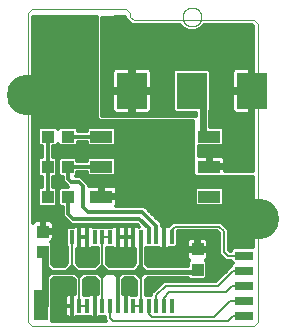
<source format=gtl>
G75*
%MOIN*%
%OFA0B0*%
%FSLAX25Y25*%
%IPPOS*%
%LPD*%
%AMOC8*
5,1,8,0,0,1.08239X$1,22.5*
%
%ADD10C,0.00000*%
%ADD11R,0.05000X0.10000*%
%ADD12R,0.01575X0.04724*%
%ADD13R,0.03937X0.04331*%
%ADD14R,0.04331X0.03937*%
%ADD15R,0.06299X0.03150*%
%ADD16R,0.10000X0.12000*%
%ADD17R,0.07500X0.04000*%
%ADD18C,0.01200*%
%ADD19C,0.13449*%
%ADD20C,0.02775*%
%ADD21C,0.02400*%
%ADD22C,0.01600*%
%ADD23C,0.00800*%
%ADD24C,0.00600*%
D10*
X0008237Y0004725D02*
X0009487Y0003475D01*
X0083549Y0003475D01*
X0084799Y0004725D01*
X0084799Y0104100D01*
X0083549Y0105350D01*
X0043549Y0105350D01*
X0042299Y0106600D01*
X0042299Y0107850D01*
X0041049Y0109100D01*
X0009487Y0109100D01*
X0008237Y0107850D01*
X0008237Y0004725D01*
X0059774Y0106472D02*
X0059776Y0106584D01*
X0059782Y0106695D01*
X0059792Y0106807D01*
X0059806Y0106918D01*
X0059823Y0107028D01*
X0059845Y0107138D01*
X0059871Y0107247D01*
X0059900Y0107355D01*
X0059933Y0107461D01*
X0059970Y0107567D01*
X0060011Y0107671D01*
X0060056Y0107774D01*
X0060104Y0107875D01*
X0060155Y0107974D01*
X0060210Y0108071D01*
X0060269Y0108166D01*
X0060330Y0108260D01*
X0060395Y0108351D01*
X0060464Y0108439D01*
X0060535Y0108525D01*
X0060609Y0108609D01*
X0060687Y0108689D01*
X0060767Y0108767D01*
X0060850Y0108843D01*
X0060935Y0108915D01*
X0061023Y0108984D01*
X0061113Y0109050D01*
X0061206Y0109112D01*
X0061301Y0109172D01*
X0061398Y0109228D01*
X0061496Y0109280D01*
X0061597Y0109329D01*
X0061699Y0109374D01*
X0061803Y0109416D01*
X0061908Y0109454D01*
X0062015Y0109488D01*
X0062122Y0109518D01*
X0062231Y0109545D01*
X0062340Y0109567D01*
X0062451Y0109586D01*
X0062561Y0109601D01*
X0062673Y0109612D01*
X0062784Y0109619D01*
X0062896Y0109622D01*
X0063008Y0109621D01*
X0063120Y0109616D01*
X0063231Y0109607D01*
X0063342Y0109594D01*
X0063453Y0109577D01*
X0063563Y0109557D01*
X0063672Y0109532D01*
X0063780Y0109504D01*
X0063887Y0109471D01*
X0063993Y0109435D01*
X0064097Y0109395D01*
X0064200Y0109352D01*
X0064302Y0109305D01*
X0064401Y0109254D01*
X0064499Y0109200D01*
X0064595Y0109142D01*
X0064689Y0109081D01*
X0064780Y0109017D01*
X0064869Y0108950D01*
X0064956Y0108879D01*
X0065040Y0108805D01*
X0065122Y0108729D01*
X0065200Y0108649D01*
X0065276Y0108567D01*
X0065349Y0108482D01*
X0065419Y0108395D01*
X0065485Y0108305D01*
X0065549Y0108213D01*
X0065609Y0108119D01*
X0065666Y0108023D01*
X0065719Y0107924D01*
X0065769Y0107824D01*
X0065815Y0107723D01*
X0065858Y0107619D01*
X0065897Y0107514D01*
X0065932Y0107408D01*
X0065963Y0107301D01*
X0065991Y0107192D01*
X0066014Y0107083D01*
X0066034Y0106973D01*
X0066050Y0106862D01*
X0066062Y0106751D01*
X0066070Y0106640D01*
X0066074Y0106528D01*
X0066074Y0106416D01*
X0066070Y0106304D01*
X0066062Y0106193D01*
X0066050Y0106082D01*
X0066034Y0105971D01*
X0066014Y0105861D01*
X0065991Y0105752D01*
X0065963Y0105643D01*
X0065932Y0105536D01*
X0065897Y0105430D01*
X0065858Y0105325D01*
X0065815Y0105221D01*
X0065769Y0105120D01*
X0065719Y0105020D01*
X0065666Y0104921D01*
X0065609Y0104825D01*
X0065549Y0104731D01*
X0065485Y0104639D01*
X0065419Y0104549D01*
X0065349Y0104462D01*
X0065276Y0104377D01*
X0065200Y0104295D01*
X0065122Y0104215D01*
X0065040Y0104139D01*
X0064956Y0104065D01*
X0064869Y0103994D01*
X0064780Y0103927D01*
X0064689Y0103863D01*
X0064595Y0103802D01*
X0064499Y0103744D01*
X0064401Y0103690D01*
X0064302Y0103639D01*
X0064200Y0103592D01*
X0064097Y0103549D01*
X0063993Y0103509D01*
X0063887Y0103473D01*
X0063780Y0103440D01*
X0063672Y0103412D01*
X0063563Y0103387D01*
X0063453Y0103367D01*
X0063342Y0103350D01*
X0063231Y0103337D01*
X0063120Y0103328D01*
X0063008Y0103323D01*
X0062896Y0103322D01*
X0062784Y0103325D01*
X0062673Y0103332D01*
X0062561Y0103343D01*
X0062451Y0103358D01*
X0062340Y0103377D01*
X0062231Y0103399D01*
X0062122Y0103426D01*
X0062015Y0103456D01*
X0061908Y0103490D01*
X0061803Y0103528D01*
X0061699Y0103570D01*
X0061597Y0103615D01*
X0061496Y0103664D01*
X0061398Y0103716D01*
X0061301Y0103772D01*
X0061206Y0103832D01*
X0061113Y0103894D01*
X0061023Y0103960D01*
X0060935Y0104029D01*
X0060850Y0104101D01*
X0060767Y0104177D01*
X0060687Y0104255D01*
X0060609Y0104335D01*
X0060535Y0104419D01*
X0060464Y0104505D01*
X0060395Y0104593D01*
X0060330Y0104684D01*
X0060269Y0104778D01*
X0060210Y0104873D01*
X0060155Y0104970D01*
X0060104Y0105069D01*
X0060056Y0105170D01*
X0060011Y0105273D01*
X0059970Y0105377D01*
X0059933Y0105483D01*
X0059900Y0105589D01*
X0059871Y0105697D01*
X0059845Y0105806D01*
X0059823Y0105916D01*
X0059806Y0106026D01*
X0059792Y0106137D01*
X0059782Y0106249D01*
X0059776Y0106360D01*
X0059774Y0106472D01*
D11*
X0012612Y0010350D03*
D12*
X0022853Y0010183D03*
X0025412Y0010183D03*
X0027971Y0010183D03*
X0030530Y0010183D03*
X0033089Y0010183D03*
X0035648Y0010183D03*
X0038207Y0010183D03*
X0040766Y0010183D03*
X0043325Y0010183D03*
X0045885Y0010183D03*
X0048444Y0010183D03*
X0051003Y0010183D03*
X0053562Y0010183D03*
X0056121Y0010183D03*
X0056121Y0033017D03*
X0053562Y0033017D03*
X0051003Y0033017D03*
X0048444Y0033017D03*
X0045885Y0033017D03*
X0043325Y0033017D03*
X0040766Y0033017D03*
X0038207Y0033017D03*
X0035648Y0033017D03*
X0033089Y0033017D03*
X0030530Y0033017D03*
X0027971Y0033017D03*
X0025412Y0033017D03*
X0022853Y0033017D03*
D13*
X0013237Y0034946D03*
X0013237Y0028254D03*
X0014890Y0046600D03*
X0021583Y0046600D03*
X0021583Y0056600D03*
X0014890Y0056600D03*
X0064799Y0029009D03*
X0064799Y0022316D03*
D14*
X0021583Y0066600D03*
X0014890Y0066600D03*
D15*
X0080424Y0026912D03*
X0080424Y0021912D03*
X0080424Y0016913D03*
X0080424Y0011912D03*
X0080424Y0006912D03*
D16*
X0082924Y0081850D03*
X0062924Y0081850D03*
X0042924Y0081850D03*
D17*
X0032737Y0066600D03*
X0032737Y0056600D03*
X0032737Y0046600D03*
X0068737Y0046600D03*
X0068737Y0056600D03*
X0068737Y0066600D03*
D18*
X0069074Y0069800D02*
X0069074Y0075303D01*
X0069124Y0075353D01*
X0069124Y0088347D01*
X0068421Y0089050D01*
X0057427Y0089050D01*
X0056724Y0088347D01*
X0056724Y0075353D01*
X0057427Y0074650D01*
X0064274Y0074650D01*
X0064274Y0073475D01*
X0032924Y0073475D01*
X0032924Y0106287D01*
X0040699Y0106334D01*
X0040699Y0105937D01*
X0042887Y0103750D01*
X0058929Y0103750D01*
X0060234Y0102446D01*
X0061980Y0101722D01*
X0063869Y0101722D01*
X0065615Y0102446D01*
X0066919Y0103750D01*
X0082887Y0103750D01*
X0083199Y0103437D01*
X0083199Y0082450D01*
X0082324Y0082450D01*
X0082324Y0081250D01*
X0076324Y0081250D01*
X0076324Y0075639D01*
X0076433Y0075232D01*
X0076644Y0074868D01*
X0076942Y0074570D01*
X0077307Y0074359D01*
X0077714Y0074250D01*
X0082324Y0074250D01*
X0082324Y0081250D01*
X0083199Y0081250D01*
X0083199Y0055037D01*
X0074087Y0055037D01*
X0074087Y0056200D01*
X0069137Y0056200D01*
X0069137Y0057000D01*
X0074087Y0057000D01*
X0074087Y0058811D01*
X0073978Y0059218D01*
X0073767Y0059582D01*
X0073469Y0059880D01*
X0073104Y0060091D01*
X0072698Y0060200D01*
X0069137Y0060200D01*
X0069137Y0057000D01*
X0068337Y0057000D01*
X0068337Y0060200D01*
X0065112Y0060200D01*
X0065112Y0063400D01*
X0072984Y0063400D01*
X0073687Y0064103D01*
X0073687Y0069097D01*
X0072984Y0069800D01*
X0069074Y0069800D01*
X0069074Y0070739D02*
X0083199Y0070739D01*
X0083199Y0071937D02*
X0069074Y0071937D01*
X0069074Y0073136D02*
X0083199Y0073136D01*
X0083199Y0074334D02*
X0082324Y0074334D01*
X0082324Y0075533D02*
X0083199Y0075533D01*
X0083199Y0076732D02*
X0082324Y0076732D01*
X0082324Y0077930D02*
X0083199Y0077930D01*
X0083199Y0079129D02*
X0082324Y0079129D01*
X0082324Y0080327D02*
X0083199Y0080327D01*
X0082324Y0081526D02*
X0069124Y0081526D01*
X0069124Y0082724D02*
X0076324Y0082724D01*
X0076324Y0082450D02*
X0082324Y0082450D01*
X0082324Y0089450D01*
X0077714Y0089450D01*
X0077307Y0089341D01*
X0076942Y0089130D01*
X0076644Y0088832D01*
X0076433Y0088468D01*
X0076324Y0088061D01*
X0076324Y0082450D01*
X0076324Y0083923D02*
X0069124Y0083923D01*
X0069124Y0085121D02*
X0076324Y0085121D01*
X0076324Y0086320D02*
X0069124Y0086320D01*
X0069124Y0087518D02*
X0076324Y0087518D01*
X0076577Y0088717D02*
X0068755Y0088717D01*
X0069124Y0080327D02*
X0076324Y0080327D01*
X0076324Y0079129D02*
X0069124Y0079129D01*
X0069124Y0077930D02*
X0076324Y0077930D01*
X0076324Y0076732D02*
X0069124Y0076732D01*
X0069124Y0075533D02*
X0076353Y0075533D01*
X0077398Y0074334D02*
X0069074Y0074334D01*
X0073243Y0069540D02*
X0083199Y0069540D01*
X0083199Y0068342D02*
X0073687Y0068342D01*
X0073687Y0067143D02*
X0083199Y0067143D01*
X0083199Y0065945D02*
X0073687Y0065945D01*
X0073687Y0064746D02*
X0083199Y0064746D01*
X0083199Y0063548D02*
X0073132Y0063548D01*
X0073345Y0059952D02*
X0083199Y0059952D01*
X0083199Y0058754D02*
X0074087Y0058754D01*
X0074087Y0057555D02*
X0083199Y0057555D01*
X0083199Y0056357D02*
X0069137Y0056357D01*
X0069137Y0057555D02*
X0068337Y0057555D01*
X0068337Y0058754D02*
X0069137Y0058754D01*
X0069137Y0059952D02*
X0068337Y0059952D01*
X0065112Y0061151D02*
X0083199Y0061151D01*
X0083199Y0062349D02*
X0065112Y0062349D01*
X0063312Y0062349D02*
X0016690Y0062349D01*
X0016690Y0063431D02*
X0017553Y0063431D01*
X0018237Y0064116D01*
X0018921Y0063431D01*
X0024246Y0063431D01*
X0024949Y0064134D01*
X0024949Y0064800D01*
X0027787Y0064800D01*
X0027787Y0064103D01*
X0028490Y0063400D01*
X0036984Y0063400D01*
X0037687Y0064103D01*
X0037687Y0069097D01*
X0036984Y0069800D01*
X0028490Y0069800D01*
X0027787Y0069097D01*
X0027787Y0068400D01*
X0024949Y0068400D01*
X0024949Y0069066D01*
X0024246Y0069768D01*
X0018921Y0069768D01*
X0018237Y0069084D01*
X0017553Y0069768D01*
X0012228Y0069768D01*
X0011525Y0069066D01*
X0011525Y0064134D01*
X0012228Y0063431D01*
X0013090Y0063431D01*
X0013090Y0059965D01*
X0012425Y0059965D01*
X0011722Y0059262D01*
X0011722Y0053938D01*
X0012425Y0053235D01*
X0013090Y0053235D01*
X0013090Y0049965D01*
X0012425Y0049965D01*
X0011722Y0049262D01*
X0011722Y0043938D01*
X0012425Y0043235D01*
X0017356Y0043235D01*
X0018059Y0043938D01*
X0018059Y0049262D01*
X0017356Y0049965D01*
X0016690Y0049965D01*
X0016690Y0053235D01*
X0017356Y0053235D01*
X0018059Y0053938D01*
X0018059Y0059262D01*
X0017356Y0059965D01*
X0016690Y0059965D01*
X0016690Y0063431D01*
X0017669Y0063548D02*
X0018805Y0063548D01*
X0016690Y0061151D02*
X0063312Y0061151D01*
X0063312Y0059952D02*
X0024062Y0059952D01*
X0024049Y0059965D02*
X0019118Y0059965D01*
X0018415Y0059262D01*
X0018415Y0053938D01*
X0019118Y0053235D01*
X0019783Y0053235D01*
X0019783Y0051883D01*
X0020812Y0050854D01*
X0021701Y0049965D01*
X0019118Y0049965D01*
X0018415Y0049262D01*
X0018415Y0043938D01*
X0019118Y0043235D01*
X0019783Y0043235D01*
X0019783Y0040008D01*
X0021437Y0038354D01*
X0022491Y0037300D01*
X0044679Y0037300D01*
X0045399Y0036580D01*
X0045176Y0036580D01*
X0045095Y0036660D01*
X0044730Y0036870D01*
X0044324Y0036980D01*
X0043326Y0036980D01*
X0043326Y0033017D01*
X0043326Y0029055D01*
X0044085Y0029055D01*
X0044085Y0024398D01*
X0043287Y0023600D01*
X0035375Y0023600D01*
X0034689Y0024285D01*
X0034689Y0029455D01*
X0036357Y0029455D01*
X0036438Y0029375D01*
X0036802Y0029164D01*
X0037209Y0029055D01*
X0038207Y0029055D01*
X0038207Y0033017D01*
X0038207Y0033017D01*
X0038207Y0029055D01*
X0039205Y0029055D01*
X0039487Y0029131D01*
X0039768Y0029055D01*
X0040766Y0029055D01*
X0040766Y0033017D01*
X0038208Y0033017D01*
X0038208Y0033017D01*
X0040595Y0033017D01*
X0040766Y0033017D01*
X0040766Y0033017D01*
X0040766Y0033017D01*
X0040766Y0029055D01*
X0041764Y0029055D01*
X0042046Y0029131D01*
X0042327Y0029055D01*
X0043325Y0029055D01*
X0043325Y0033017D01*
X0040767Y0033017D01*
X0040767Y0033017D01*
X0043154Y0033017D01*
X0043325Y0033017D01*
X0043325Y0033017D01*
X0043326Y0033017D01*
X0043325Y0033017D01*
X0043325Y0036980D01*
X0042327Y0036980D01*
X0042046Y0036904D01*
X0041764Y0036980D01*
X0040766Y0036980D01*
X0039768Y0036980D01*
X0039487Y0036904D01*
X0039205Y0036980D01*
X0038207Y0036980D01*
X0037209Y0036980D01*
X0036802Y0036870D01*
X0036438Y0036660D01*
X0036357Y0036580D01*
X0029821Y0036580D01*
X0029741Y0036660D01*
X0029376Y0036870D01*
X0028969Y0036980D01*
X0027971Y0036980D01*
X0026973Y0036980D01*
X0026692Y0036904D01*
X0026410Y0036980D01*
X0025412Y0036980D01*
X0024414Y0036980D01*
X0024007Y0036870D01*
X0023642Y0036660D01*
X0023562Y0036580D01*
X0021569Y0036580D01*
X0020866Y0035877D01*
X0020866Y0030158D01*
X0021253Y0029771D01*
X0021253Y0024379D01*
X0020474Y0023600D01*
X0016937Y0023600D01*
X0016262Y0024275D01*
X0016262Y0025448D01*
X0016405Y0025591D01*
X0016405Y0030916D01*
X0015955Y0031366D01*
X0016188Y0031501D01*
X0016486Y0031799D01*
X0016696Y0032164D01*
X0016805Y0032570D01*
X0016805Y0034562D01*
X0013621Y0034562D01*
X0013621Y0035331D01*
X0012853Y0035331D01*
X0012853Y0038712D01*
X0011058Y0038712D01*
X0010651Y0038603D01*
X0010286Y0038392D01*
X0009988Y0038094D01*
X0009837Y0037832D01*
X0009837Y0106600D01*
X0031123Y0106600D01*
X0031124Y0106283D01*
X0031124Y0072729D01*
X0032179Y0071675D01*
X0063312Y0071675D01*
X0063312Y0054292D01*
X0064366Y0053237D01*
X0083199Y0053237D01*
X0083199Y0029687D01*
X0076778Y0029687D01*
X0076075Y0028984D01*
X0076075Y0028512D01*
X0075462Y0028512D01*
X0075149Y0028825D01*
X0075149Y0035700D01*
X0074212Y0036637D01*
X0072650Y0038200D01*
X0056637Y0038200D01*
X0055699Y0037263D01*
X0055183Y0036746D01*
X0054967Y0036870D01*
X0054560Y0036980D01*
X0053562Y0036980D01*
X0053562Y0033017D01*
X0053562Y0029055D01*
X0054560Y0029055D01*
X0054967Y0029164D01*
X0055332Y0029375D01*
X0055412Y0029455D01*
X0057405Y0029455D01*
X0058108Y0030158D01*
X0058108Y0035000D01*
X0071324Y0035000D01*
X0071949Y0034375D01*
X0071949Y0027500D01*
X0073199Y0026250D01*
X0074137Y0025312D01*
X0076075Y0025312D01*
X0076075Y0024841D01*
X0076503Y0024412D01*
X0076075Y0023984D01*
X0076075Y0023512D01*
X0076012Y0023512D01*
X0075074Y0022575D01*
X0071012Y0018512D01*
X0053512Y0018512D01*
X0052574Y0017575D01*
X0049403Y0014403D01*
X0049403Y0013745D01*
X0047485Y0013745D01*
X0047485Y0018897D01*
X0048187Y0019600D01*
X0061685Y0019600D01*
X0062334Y0018951D01*
X0067265Y0018951D01*
X0067968Y0019654D01*
X0067968Y0024978D01*
X0067517Y0025429D01*
X0067750Y0025563D01*
X0068048Y0025861D01*
X0068259Y0026226D01*
X0068368Y0026633D01*
X0068368Y0028625D01*
X0065184Y0028625D01*
X0065184Y0029393D01*
X0068368Y0029393D01*
X0068368Y0031385D01*
X0068259Y0031792D01*
X0068048Y0032157D01*
X0067750Y0032455D01*
X0067385Y0032665D01*
X0066979Y0032774D01*
X0065184Y0032774D01*
X0065184Y0029393D01*
X0064415Y0029393D01*
X0064415Y0028625D01*
X0061231Y0028625D01*
X0061231Y0026633D01*
X0061340Y0026226D01*
X0061551Y0025861D01*
X0061848Y0025563D01*
X0062081Y0025429D01*
X0061631Y0024978D01*
X0061631Y0023600D01*
X0048187Y0023600D01*
X0047685Y0024103D01*
X0047685Y0029455D01*
X0051712Y0029455D01*
X0051792Y0029375D01*
X0052157Y0029164D01*
X0052564Y0029055D01*
X0053562Y0029055D01*
X0053562Y0033017D01*
X0053562Y0033017D01*
X0053562Y0033017D01*
X0053562Y0036980D01*
X0052803Y0036980D01*
X0052803Y0037705D01*
X0047107Y0043400D01*
X0037550Y0043400D01*
X0037767Y0043618D01*
X0037978Y0043982D01*
X0038087Y0044389D01*
X0038087Y0046200D01*
X0033137Y0046200D01*
X0033137Y0047000D01*
X0038087Y0047000D01*
X0038087Y0048811D01*
X0037978Y0049218D01*
X0037767Y0049582D01*
X0037469Y0049880D01*
X0037104Y0050091D01*
X0036698Y0050200D01*
X0033137Y0050200D01*
X0033137Y0047000D01*
X0032337Y0047000D01*
X0032337Y0050200D01*
X0028776Y0050200D01*
X0028474Y0050119D01*
X0028474Y0050783D01*
X0027420Y0051837D01*
X0025857Y0053400D01*
X0024214Y0053400D01*
X0024752Y0053938D01*
X0024752Y0054800D01*
X0027787Y0054800D01*
X0027787Y0054103D01*
X0028490Y0053400D01*
X0036984Y0053400D01*
X0037687Y0054103D01*
X0037687Y0059097D01*
X0036984Y0059800D01*
X0028490Y0059800D01*
X0027787Y0059097D01*
X0027787Y0058400D01*
X0024752Y0058400D01*
X0024752Y0059262D01*
X0024049Y0059965D01*
X0024752Y0058754D02*
X0027787Y0058754D01*
X0027930Y0053960D02*
X0024752Y0053960D01*
X0026496Y0052761D02*
X0083199Y0052761D01*
X0083199Y0051563D02*
X0027695Y0051563D01*
X0028474Y0050364D02*
X0083199Y0050364D01*
X0083199Y0049166D02*
X0073618Y0049166D01*
X0073687Y0049097D02*
X0072984Y0049800D01*
X0064490Y0049800D01*
X0063787Y0049097D01*
X0063787Y0044103D01*
X0064490Y0043400D01*
X0072984Y0043400D01*
X0073687Y0044103D01*
X0073687Y0049097D01*
X0073687Y0047967D02*
X0083199Y0047967D01*
X0083199Y0046769D02*
X0073687Y0046769D01*
X0073687Y0045570D02*
X0083199Y0045570D01*
X0083199Y0044372D02*
X0073687Y0044372D01*
X0073669Y0037181D02*
X0083199Y0037181D01*
X0083199Y0038379D02*
X0052128Y0038379D01*
X0052803Y0037181D02*
X0055617Y0037181D01*
X0053562Y0035982D02*
X0053562Y0035982D01*
X0053562Y0034784D02*
X0053562Y0034784D01*
X0053562Y0033585D02*
X0053562Y0033585D01*
X0053562Y0032387D02*
X0053562Y0032387D01*
X0053562Y0031188D02*
X0053562Y0031188D01*
X0053562Y0029990D02*
X0053562Y0029990D01*
X0051003Y0033017D02*
X0051003Y0036959D01*
X0046362Y0041600D01*
X0028237Y0041600D01*
X0026674Y0043162D01*
X0026674Y0050037D01*
X0025112Y0051600D01*
X0022612Y0051600D01*
X0021583Y0052629D01*
X0021583Y0056600D01*
X0032737Y0056600D01*
X0037687Y0056357D02*
X0063312Y0056357D01*
X0063312Y0057555D02*
X0037687Y0057555D01*
X0037687Y0058754D02*
X0063312Y0058754D01*
X0063312Y0055158D02*
X0037687Y0055158D01*
X0037544Y0053960D02*
X0063644Y0053960D01*
X0063856Y0049166D02*
X0037992Y0049166D01*
X0038087Y0047967D02*
X0063787Y0047967D01*
X0063787Y0046769D02*
X0033137Y0046769D01*
X0033137Y0047967D02*
X0032337Y0047967D01*
X0032337Y0049166D02*
X0033137Y0049166D01*
X0038087Y0045570D02*
X0063787Y0045570D01*
X0063787Y0044372D02*
X0038082Y0044372D01*
X0038207Y0036980D02*
X0038207Y0033017D01*
X0038207Y0033017D01*
X0038207Y0036980D01*
X0038207Y0035982D02*
X0038207Y0035982D01*
X0038207Y0034784D02*
X0038207Y0034784D01*
X0038207Y0033585D02*
X0038207Y0033585D01*
X0038207Y0032387D02*
X0038207Y0032387D01*
X0038207Y0031188D02*
X0038207Y0031188D01*
X0038207Y0029990D02*
X0038207Y0029990D01*
X0040766Y0029990D02*
X0040766Y0029990D01*
X0040766Y0031188D02*
X0040766Y0031188D01*
X0040766Y0032387D02*
X0040766Y0032387D01*
X0040766Y0033017D02*
X0040766Y0036980D01*
X0040766Y0033017D01*
X0040766Y0033017D01*
X0040766Y0033585D02*
X0040766Y0033585D01*
X0040766Y0034784D02*
X0040766Y0034784D01*
X0040766Y0035982D02*
X0040766Y0035982D01*
X0043325Y0035982D02*
X0043326Y0035982D01*
X0043325Y0034784D02*
X0043326Y0034784D01*
X0043325Y0033585D02*
X0043326Y0033585D01*
X0043325Y0032387D02*
X0043326Y0032387D01*
X0043325Y0031188D02*
X0043326Y0031188D01*
X0043325Y0029990D02*
X0043326Y0029990D01*
X0044085Y0028791D02*
X0034689Y0028791D01*
X0034689Y0027593D02*
X0044085Y0027593D01*
X0044085Y0026394D02*
X0034689Y0026394D01*
X0034689Y0025196D02*
X0044085Y0025196D01*
X0043684Y0023997D02*
X0034978Y0023997D01*
X0031489Y0024615D02*
X0031489Y0029455D01*
X0029821Y0029455D01*
X0029741Y0029375D01*
X0029376Y0029164D01*
X0028969Y0029055D01*
X0027971Y0029055D01*
X0027971Y0033017D01*
X0027971Y0033017D01*
X0025412Y0033017D01*
X0025412Y0033017D01*
X0025412Y0029055D01*
X0024453Y0029055D01*
X0024453Y0024522D01*
X0025375Y0023600D01*
X0030474Y0023600D01*
X0031489Y0024615D01*
X0031489Y0025196D02*
X0024453Y0025196D01*
X0024453Y0026394D02*
X0031489Y0026394D01*
X0031489Y0027593D02*
X0024453Y0027593D01*
X0024453Y0028791D02*
X0031489Y0028791D01*
X0027971Y0029055D02*
X0027971Y0033017D01*
X0027971Y0033017D01*
X0027799Y0033017D01*
X0025412Y0033017D01*
X0025412Y0029055D01*
X0026410Y0029055D01*
X0026692Y0029131D01*
X0026973Y0029055D01*
X0027971Y0029055D01*
X0027971Y0029990D02*
X0027971Y0029990D01*
X0027971Y0031188D02*
X0027971Y0031188D01*
X0027971Y0032387D02*
X0027971Y0032387D01*
X0027971Y0033017D02*
X0027971Y0036980D01*
X0027971Y0033017D01*
X0027971Y0033017D01*
X0027971Y0033585D02*
X0027971Y0033585D01*
X0027971Y0034784D02*
X0027971Y0034784D01*
X0027971Y0035982D02*
X0027971Y0035982D01*
X0025412Y0035982D02*
X0025412Y0035982D01*
X0025412Y0036980D02*
X0025412Y0033017D01*
X0025412Y0033017D01*
X0025412Y0036980D01*
X0025412Y0034784D02*
X0025412Y0034784D01*
X0025412Y0033585D02*
X0025412Y0033585D01*
X0025412Y0033017D02*
X0025412Y0033017D01*
X0025412Y0032387D02*
X0025412Y0032387D01*
X0025412Y0031188D02*
X0025412Y0031188D01*
X0025412Y0029990D02*
X0025412Y0029990D01*
X0021253Y0028791D02*
X0016405Y0028791D01*
X0016405Y0027593D02*
X0021253Y0027593D01*
X0021253Y0026394D02*
X0016405Y0026394D01*
X0016262Y0025196D02*
X0021253Y0025196D01*
X0020871Y0023997D02*
X0016540Y0023997D01*
X0016937Y0019600D02*
X0022974Y0019600D01*
X0023812Y0018762D01*
X0023812Y0014145D01*
X0022853Y0014145D01*
X0021855Y0014145D01*
X0021448Y0014036D01*
X0021083Y0013825D01*
X0020785Y0013527D01*
X0020575Y0013162D01*
X0020466Y0012756D01*
X0020466Y0010183D01*
X0022853Y0010183D01*
X0022853Y0014145D01*
X0022853Y0010183D01*
X0022853Y0010183D01*
X0022853Y0010183D01*
X0020466Y0010183D01*
X0020466Y0007610D01*
X0020575Y0007203D01*
X0020785Y0006838D01*
X0021083Y0006540D01*
X0021448Y0006330D01*
X0021855Y0006220D01*
X0022853Y0006220D01*
X0023851Y0006220D01*
X0024258Y0006330D01*
X0024623Y0006540D01*
X0024703Y0006620D01*
X0028680Y0006620D01*
X0028760Y0006540D01*
X0029125Y0006330D01*
X0029532Y0006220D01*
X0030530Y0006220D01*
X0030530Y0010183D01*
X0030530Y0014145D01*
X0029532Y0014145D01*
X0029125Y0014036D01*
X0028760Y0013825D01*
X0028680Y0013745D01*
X0027012Y0013745D01*
X0027012Y0018737D01*
X0027024Y0018750D01*
X0027875Y0019600D01*
X0030474Y0019600D01*
X0031489Y0018585D01*
X0031489Y0014145D01*
X0030530Y0014145D01*
X0030530Y0010183D01*
X0030530Y0010183D01*
X0030530Y0010183D01*
X0030530Y0006220D01*
X0031528Y0006220D01*
X0031935Y0006330D01*
X0032300Y0006540D01*
X0032380Y0006620D01*
X0034048Y0006620D01*
X0034048Y0005401D01*
X0034374Y0005075D01*
X0016312Y0005075D01*
X0016312Y0015847D01*
X0016262Y0015897D01*
X0016262Y0018925D01*
X0016937Y0019600D01*
X0016540Y0019203D02*
X0023371Y0019203D01*
X0023812Y0018004D02*
X0016262Y0018004D01*
X0016262Y0016806D02*
X0023812Y0016806D01*
X0023812Y0015607D02*
X0016312Y0015607D01*
X0016312Y0014409D02*
X0023812Y0014409D01*
X0022853Y0013210D02*
X0022853Y0013210D01*
X0022853Y0012012D02*
X0022853Y0012012D01*
X0022853Y0010813D02*
X0022853Y0010813D01*
X0022853Y0010183D02*
X0022853Y0006220D01*
X0022853Y0010183D01*
X0022853Y0010183D01*
X0022853Y0009615D02*
X0022853Y0009615D01*
X0022853Y0008416D02*
X0022853Y0008416D01*
X0022853Y0007218D02*
X0022853Y0007218D01*
X0020571Y0007218D02*
X0016312Y0007218D01*
X0016312Y0008416D02*
X0020466Y0008416D01*
X0020466Y0009615D02*
X0016312Y0009615D01*
X0016312Y0010813D02*
X0020466Y0010813D01*
X0020466Y0012012D02*
X0016312Y0012012D01*
X0016312Y0013210D02*
X0020602Y0013210D01*
X0016312Y0006019D02*
X0034048Y0006019D01*
X0030530Y0007218D02*
X0030530Y0007218D01*
X0030530Y0008416D02*
X0030530Y0008416D01*
X0030530Y0009615D02*
X0030530Y0009615D01*
X0030530Y0010813D02*
X0030530Y0010813D01*
X0030530Y0012012D02*
X0030530Y0012012D01*
X0030530Y0013210D02*
X0030530Y0013210D01*
X0031489Y0014409D02*
X0027012Y0014409D01*
X0027012Y0015607D02*
X0031489Y0015607D01*
X0031489Y0016806D02*
X0027012Y0016806D01*
X0027012Y0018004D02*
X0031489Y0018004D01*
X0030871Y0019203D02*
X0027478Y0019203D01*
X0024978Y0023997D02*
X0030871Y0023997D01*
X0038207Y0021570D02*
X0038237Y0021600D01*
X0038207Y0021570D02*
X0038207Y0010183D01*
X0040766Y0010183D02*
X0040766Y0014145D01*
X0040007Y0014145D01*
X0040007Y0018920D01*
X0040687Y0019600D01*
X0043287Y0019600D01*
X0044285Y0018602D01*
X0044285Y0013745D01*
X0042617Y0013745D01*
X0042536Y0013825D01*
X0042171Y0014036D01*
X0041764Y0014145D01*
X0040766Y0014145D01*
X0040766Y0010183D01*
X0040766Y0010183D01*
X0040766Y0010813D02*
X0040766Y0010813D01*
X0040766Y0012012D02*
X0040766Y0012012D01*
X0040766Y0013210D02*
X0040766Y0013210D01*
X0040007Y0014409D02*
X0044285Y0014409D01*
X0044285Y0015607D02*
X0040007Y0015607D01*
X0040007Y0016806D02*
X0044285Y0016806D01*
X0044285Y0018004D02*
X0040007Y0018004D01*
X0040290Y0019203D02*
X0043684Y0019203D01*
X0045737Y0021600D02*
X0045885Y0021748D01*
X0045885Y0033017D01*
X0048444Y0033017D02*
X0048444Y0036081D01*
X0045424Y0039100D01*
X0023237Y0039100D01*
X0021583Y0040754D01*
X0021583Y0046600D01*
X0021302Y0050364D02*
X0016690Y0050364D01*
X0016690Y0051563D02*
X0020104Y0051563D01*
X0019783Y0052761D02*
X0016690Y0052761D01*
X0018059Y0053960D02*
X0018415Y0053960D01*
X0018415Y0055158D02*
X0018059Y0055158D01*
X0018059Y0056357D02*
X0018415Y0056357D01*
X0018415Y0057555D02*
X0018059Y0057555D01*
X0018059Y0058754D02*
X0018415Y0058754D01*
X0019105Y0059952D02*
X0017369Y0059952D01*
X0014890Y0056600D02*
X0014890Y0066600D01*
X0017781Y0069540D02*
X0018693Y0069540D01*
X0021583Y0066600D02*
X0032737Y0066600D01*
X0037132Y0063548D02*
X0063312Y0063548D01*
X0063312Y0064746D02*
X0037687Y0064746D01*
X0037687Y0065945D02*
X0063312Y0065945D01*
X0063312Y0067143D02*
X0037687Y0067143D01*
X0037687Y0068342D02*
X0063312Y0068342D01*
X0063312Y0069540D02*
X0037243Y0069540D01*
X0037714Y0074250D02*
X0042324Y0074250D01*
X0042324Y0081250D01*
X0036324Y0081250D01*
X0036324Y0075639D01*
X0036433Y0075232D01*
X0036644Y0074868D01*
X0036942Y0074570D01*
X0037307Y0074359D01*
X0037714Y0074250D01*
X0037398Y0074334D02*
X0032924Y0074334D01*
X0032924Y0075533D02*
X0036353Y0075533D01*
X0036324Y0076732D02*
X0032924Y0076732D01*
X0032924Y0077930D02*
X0036324Y0077930D01*
X0036324Y0079129D02*
X0032924Y0079129D01*
X0032924Y0080327D02*
X0036324Y0080327D01*
X0036324Y0082450D02*
X0042324Y0082450D01*
X0042324Y0081250D01*
X0043524Y0081250D01*
X0043524Y0074250D01*
X0048135Y0074250D01*
X0048542Y0074359D01*
X0048907Y0074570D01*
X0049205Y0074868D01*
X0049415Y0075232D01*
X0049524Y0075639D01*
X0049524Y0081250D01*
X0043524Y0081250D01*
X0043524Y0082450D01*
X0042324Y0082450D01*
X0042324Y0089450D01*
X0037714Y0089450D01*
X0037307Y0089341D01*
X0036942Y0089130D01*
X0036644Y0088832D01*
X0036433Y0088468D01*
X0036324Y0088061D01*
X0036324Y0082450D01*
X0036324Y0082724D02*
X0032924Y0082724D01*
X0032924Y0081526D02*
X0042324Y0081526D01*
X0042324Y0082724D02*
X0043524Y0082724D01*
X0043524Y0082450D02*
X0043524Y0089450D01*
X0048135Y0089450D01*
X0048542Y0089341D01*
X0048907Y0089130D01*
X0049205Y0088832D01*
X0049415Y0088468D01*
X0049524Y0088061D01*
X0049524Y0082450D01*
X0043524Y0082450D01*
X0043524Y0081526D02*
X0056724Y0081526D01*
X0056724Y0082724D02*
X0049524Y0082724D01*
X0049524Y0083923D02*
X0056724Y0083923D01*
X0056724Y0085121D02*
X0049524Y0085121D01*
X0049524Y0086320D02*
X0056724Y0086320D01*
X0056724Y0087518D02*
X0049524Y0087518D01*
X0049272Y0088717D02*
X0057094Y0088717D01*
X0056724Y0080327D02*
X0049524Y0080327D01*
X0049524Y0079129D02*
X0056724Y0079129D01*
X0056724Y0077930D02*
X0049524Y0077930D01*
X0049524Y0076732D02*
X0056724Y0076732D01*
X0056724Y0075533D02*
X0049496Y0075533D01*
X0048450Y0074334D02*
X0064274Y0074334D01*
X0063312Y0070739D02*
X0009837Y0070739D01*
X0009837Y0071937D02*
X0031916Y0071937D01*
X0031124Y0073136D02*
X0009837Y0073136D01*
X0009837Y0074334D02*
X0031124Y0074334D01*
X0031124Y0075533D02*
X0009837Y0075533D01*
X0009837Y0076732D02*
X0031124Y0076732D01*
X0031124Y0077930D02*
X0009837Y0077930D01*
X0009837Y0079129D02*
X0031124Y0079129D01*
X0031124Y0080327D02*
X0009837Y0080327D01*
X0009837Y0081526D02*
X0031124Y0081526D01*
X0031124Y0082724D02*
X0009837Y0082724D01*
X0009837Y0083923D02*
X0031124Y0083923D01*
X0031124Y0085121D02*
X0009837Y0085121D01*
X0009837Y0086320D02*
X0031124Y0086320D01*
X0031124Y0087518D02*
X0009837Y0087518D01*
X0009837Y0088717D02*
X0031124Y0088717D01*
X0031124Y0089915D02*
X0009837Y0089915D01*
X0009837Y0091114D02*
X0031124Y0091114D01*
X0031124Y0092312D02*
X0009837Y0092312D01*
X0009837Y0093511D02*
X0031124Y0093511D01*
X0031124Y0094709D02*
X0009837Y0094709D01*
X0009837Y0095908D02*
X0031124Y0095908D01*
X0031124Y0097106D02*
X0009837Y0097106D01*
X0009837Y0098305D02*
X0031124Y0098305D01*
X0031124Y0099503D02*
X0009837Y0099503D01*
X0009837Y0100702D02*
X0031124Y0100702D01*
X0031124Y0101900D02*
X0009837Y0101900D01*
X0009837Y0103099D02*
X0031124Y0103099D01*
X0031124Y0104297D02*
X0009837Y0104297D01*
X0009837Y0105496D02*
X0031124Y0105496D01*
X0032924Y0105496D02*
X0041141Y0105496D01*
X0042339Y0104297D02*
X0032924Y0104297D01*
X0032924Y0103099D02*
X0059581Y0103099D01*
X0061550Y0101900D02*
X0032924Y0101900D01*
X0032924Y0100702D02*
X0083199Y0100702D01*
X0083199Y0101900D02*
X0064298Y0101900D01*
X0066268Y0103099D02*
X0083199Y0103099D01*
X0083199Y0099503D02*
X0032924Y0099503D01*
X0032924Y0098305D02*
X0083199Y0098305D01*
X0083199Y0097106D02*
X0032924Y0097106D01*
X0032924Y0095908D02*
X0083199Y0095908D01*
X0083199Y0094709D02*
X0032924Y0094709D01*
X0032924Y0093511D02*
X0083199Y0093511D01*
X0083199Y0092312D02*
X0032924Y0092312D01*
X0032924Y0091114D02*
X0083199Y0091114D01*
X0083199Y0089915D02*
X0032924Y0089915D01*
X0032924Y0088717D02*
X0036577Y0088717D01*
X0036324Y0087518D02*
X0032924Y0087518D01*
X0032924Y0086320D02*
X0036324Y0086320D01*
X0036324Y0085121D02*
X0032924Y0085121D01*
X0032924Y0083923D02*
X0036324Y0083923D01*
X0042324Y0083923D02*
X0043524Y0083923D01*
X0043524Y0085121D02*
X0042324Y0085121D01*
X0042324Y0086320D02*
X0043524Y0086320D01*
X0043524Y0087518D02*
X0042324Y0087518D01*
X0042324Y0088717D02*
X0043524Y0088717D01*
X0043524Y0080327D02*
X0042324Y0080327D01*
X0042324Y0079129D02*
X0043524Y0079129D01*
X0043524Y0077930D02*
X0042324Y0077930D01*
X0042324Y0076732D02*
X0043524Y0076732D01*
X0043524Y0075533D02*
X0042324Y0075533D01*
X0042324Y0074334D02*
X0043524Y0074334D01*
X0028230Y0069540D02*
X0024474Y0069540D01*
X0024949Y0064746D02*
X0027787Y0064746D01*
X0028342Y0063548D02*
X0024362Y0063548D01*
X0014890Y0056600D02*
X0014890Y0046600D01*
X0018059Y0046769D02*
X0018415Y0046769D01*
X0018415Y0047967D02*
X0018059Y0047967D01*
X0018059Y0049166D02*
X0018415Y0049166D01*
X0018415Y0045570D02*
X0018059Y0045570D01*
X0018059Y0044372D02*
X0018415Y0044372D01*
X0019783Y0043173D02*
X0009837Y0043173D01*
X0009837Y0041975D02*
X0019783Y0041975D01*
X0019783Y0040776D02*
X0009837Y0040776D01*
X0009837Y0039578D02*
X0020214Y0039578D01*
X0021412Y0038379D02*
X0016201Y0038379D01*
X0016188Y0038392D02*
X0015823Y0038603D01*
X0015416Y0038712D01*
X0013621Y0038712D01*
X0013621Y0035331D01*
X0016805Y0035331D01*
X0016805Y0037322D01*
X0016696Y0037729D01*
X0016486Y0038094D01*
X0016188Y0038392D01*
X0016805Y0037181D02*
X0044798Y0037181D01*
X0048533Y0041975D02*
X0083199Y0041975D01*
X0083199Y0043173D02*
X0047334Y0043173D01*
X0049731Y0040776D02*
X0083199Y0040776D01*
X0083199Y0039578D02*
X0050930Y0039578D01*
X0058108Y0034784D02*
X0071541Y0034784D01*
X0071949Y0033585D02*
X0058108Y0033585D01*
X0058108Y0032387D02*
X0061780Y0032387D01*
X0061848Y0032455D02*
X0061551Y0032157D01*
X0061340Y0031792D01*
X0061231Y0031385D01*
X0061231Y0029393D01*
X0064415Y0029393D01*
X0064415Y0032774D01*
X0062620Y0032774D01*
X0062213Y0032665D01*
X0061848Y0032455D01*
X0061231Y0031188D02*
X0058108Y0031188D01*
X0057940Y0029990D02*
X0061231Y0029990D01*
X0061231Y0027593D02*
X0047685Y0027593D01*
X0047685Y0028791D02*
X0064415Y0028791D01*
X0065184Y0028791D02*
X0071949Y0028791D01*
X0071949Y0027593D02*
X0068368Y0027593D01*
X0068304Y0026394D02*
X0073055Y0026394D01*
X0075184Y0028791D02*
X0076075Y0028791D01*
X0075149Y0029990D02*
X0083199Y0029990D01*
X0083199Y0031188D02*
X0075149Y0031188D01*
X0075149Y0032387D02*
X0083199Y0032387D01*
X0083199Y0033585D02*
X0075149Y0033585D01*
X0075149Y0034784D02*
X0083199Y0034784D01*
X0083199Y0035982D02*
X0074867Y0035982D01*
X0071949Y0032387D02*
X0067818Y0032387D01*
X0068368Y0031188D02*
X0071949Y0031188D01*
X0071949Y0029990D02*
X0068368Y0029990D01*
X0065184Y0029990D02*
X0064415Y0029990D01*
X0064415Y0031188D02*
X0065184Y0031188D01*
X0065184Y0032387D02*
X0064415Y0032387D01*
X0061295Y0026394D02*
X0047685Y0026394D01*
X0047685Y0025196D02*
X0061848Y0025196D01*
X0061631Y0023997D02*
X0047790Y0023997D01*
X0047790Y0019203D02*
X0062082Y0019203D01*
X0067517Y0019203D02*
X0071702Y0019203D01*
X0072901Y0020401D02*
X0067968Y0020401D01*
X0067968Y0021600D02*
X0074099Y0021600D01*
X0075074Y0022575D02*
X0075074Y0022575D01*
X0075298Y0022799D02*
X0067968Y0022799D01*
X0067968Y0023997D02*
X0076087Y0023997D01*
X0076075Y0025196D02*
X0067751Y0025196D01*
X0053004Y0018004D02*
X0047485Y0018004D01*
X0047485Y0016806D02*
X0051805Y0016806D01*
X0050607Y0015607D02*
X0047485Y0015607D01*
X0047485Y0014409D02*
X0049408Y0014409D01*
X0021034Y0029990D02*
X0016405Y0029990D01*
X0016133Y0031188D02*
X0020866Y0031188D01*
X0020866Y0032387D02*
X0016756Y0032387D01*
X0016805Y0033585D02*
X0020866Y0033585D01*
X0020866Y0034784D02*
X0013621Y0034784D01*
X0013621Y0035982D02*
X0012853Y0035982D01*
X0012853Y0037181D02*
X0013621Y0037181D01*
X0013621Y0038379D02*
X0012853Y0038379D01*
X0010273Y0038379D02*
X0009837Y0038379D01*
X0009837Y0044372D02*
X0011722Y0044372D01*
X0011722Y0045570D02*
X0009837Y0045570D01*
X0009837Y0046769D02*
X0011722Y0046769D01*
X0011722Y0047967D02*
X0009837Y0047967D01*
X0009837Y0049166D02*
X0011722Y0049166D01*
X0013090Y0050364D02*
X0009837Y0050364D01*
X0009837Y0051563D02*
X0013090Y0051563D01*
X0013090Y0052761D02*
X0009837Y0052761D01*
X0009837Y0053960D02*
X0011722Y0053960D01*
X0011722Y0055158D02*
X0009837Y0055158D01*
X0009837Y0056357D02*
X0011722Y0056357D01*
X0011722Y0057555D02*
X0009837Y0057555D01*
X0009837Y0058754D02*
X0011722Y0058754D01*
X0012412Y0059952D02*
X0009837Y0059952D01*
X0009837Y0061151D02*
X0013090Y0061151D01*
X0013090Y0062349D02*
X0009837Y0062349D01*
X0009837Y0063548D02*
X0012112Y0063548D01*
X0011525Y0064746D02*
X0009837Y0064746D01*
X0009837Y0065945D02*
X0011525Y0065945D01*
X0011525Y0067143D02*
X0009837Y0067143D01*
X0009837Y0068342D02*
X0011525Y0068342D01*
X0012000Y0069540D02*
X0009837Y0069540D01*
X0016805Y0035982D02*
X0020971Y0035982D01*
X0074087Y0055158D02*
X0083199Y0055158D01*
X0083199Y0082724D02*
X0082324Y0082724D01*
X0082324Y0083923D02*
X0083199Y0083923D01*
X0083199Y0085121D02*
X0082324Y0085121D01*
X0082324Y0086320D02*
X0083199Y0086320D01*
X0083199Y0087518D02*
X0082324Y0087518D01*
X0082324Y0088717D02*
X0083199Y0088717D01*
D19*
X0085112Y0039100D03*
X0007924Y0080350D03*
D20*
X0026987Y0061600D03*
X0040112Y0056600D03*
X0053862Y0042850D03*
X0056674Y0026600D03*
X0070112Y0029100D03*
X0041987Y0016600D03*
X0039487Y0026600D03*
X0030112Y0026600D03*
X0029487Y0016600D03*
X0018237Y0010350D03*
X0019487Y0035350D03*
D21*
X0013237Y0028254D02*
X0013862Y0027629D01*
X0013862Y0021600D01*
X0013862Y0010350D01*
X0012612Y0010350D01*
X0066674Y0066600D02*
X0066674Y0080350D01*
X0062924Y0080350D01*
X0066674Y0066600D02*
X0068737Y0066600D01*
D22*
X0064799Y0022316D02*
X0063771Y0021600D01*
X0045737Y0021600D01*
X0038237Y0021600D01*
X0033237Y0021600D01*
X0025737Y0021600D01*
X0023237Y0021600D01*
X0013862Y0021600D01*
D23*
X0016674Y0021600D01*
X0013862Y0018788D01*
X0013862Y0024412D01*
X0016674Y0021600D01*
X0015876Y0022399D02*
X0013862Y0022399D01*
X0013862Y0023197D02*
X0015077Y0023197D01*
X0014279Y0023996D02*
X0013862Y0023996D01*
X0013862Y0020801D02*
X0015876Y0020801D01*
X0015077Y0020003D02*
X0013862Y0020003D01*
X0013862Y0019204D02*
X0014279Y0019204D01*
X0020737Y0021600D02*
X0025112Y0021600D01*
X0020737Y0021600D01*
X0022924Y0023787D01*
X0025112Y0021600D01*
X0025412Y0021275D02*
X0025737Y0021600D01*
X0025412Y0021275D02*
X0025412Y0010183D01*
X0027971Y0010183D01*
X0033089Y0010183D02*
X0033089Y0021452D01*
X0033237Y0021600D01*
X0033089Y0021748D01*
X0033089Y0033017D01*
X0035648Y0033017D01*
X0032924Y0023787D02*
X0035112Y0021600D01*
X0030737Y0021600D01*
X0032924Y0019413D01*
X0035112Y0021600D01*
X0030737Y0021600D01*
X0035112Y0021600D01*
X0036049Y0021600D02*
X0040424Y0021600D01*
X0038237Y0019413D01*
X0036049Y0021600D01*
X0036848Y0020801D02*
X0039626Y0020801D01*
X0038827Y0020003D02*
X0037646Y0020003D01*
X0034313Y0020801D02*
X0031535Y0020801D01*
X0032334Y0020003D02*
X0033515Y0020003D01*
X0034313Y0022399D02*
X0031535Y0022399D01*
X0032334Y0023197D02*
X0033515Y0023197D01*
X0032924Y0023787D02*
X0030737Y0021600D01*
X0027612Y0021600D02*
X0023237Y0021600D01*
X0025424Y0019413D01*
X0027612Y0021600D01*
X0026813Y0020801D02*
X0024035Y0020801D01*
X0024834Y0020003D02*
X0026015Y0020003D01*
X0024313Y0022399D02*
X0021535Y0022399D01*
X0022334Y0023197D02*
X0023515Y0023197D01*
X0022853Y0021984D02*
X0023237Y0021600D01*
X0022853Y0021984D02*
X0022853Y0033017D01*
X0035648Y0010183D02*
X0035648Y0006064D01*
X0036674Y0005038D01*
X0074799Y0005038D01*
X0076674Y0006912D01*
X0080424Y0006912D01*
X0080424Y0011912D02*
X0075737Y0011912D01*
X0070424Y0006600D01*
X0049487Y0006600D01*
X0048444Y0007643D01*
X0048444Y0010183D01*
X0051003Y0010183D02*
X0051003Y0013741D01*
X0054174Y0016913D01*
X0071674Y0016913D01*
X0076674Y0021912D01*
X0080424Y0021912D01*
X0080424Y0016913D02*
X0076362Y0016913D01*
X0074174Y0014725D01*
X0055424Y0014725D01*
X0053562Y0012862D01*
X0053562Y0010183D01*
X0045885Y0010183D02*
X0045885Y0021600D01*
X0045737Y0021600D01*
X0044348Y0020801D02*
X0047126Y0020801D01*
X0046327Y0020003D02*
X0045146Y0020003D01*
X0045737Y0019413D02*
X0043549Y0021600D01*
X0047924Y0021600D01*
X0045737Y0019413D01*
X0047924Y0021600D02*
X0043549Y0021600D01*
X0047924Y0021600D01*
X0045737Y0023787D01*
X0043549Y0021600D01*
X0044348Y0022399D02*
X0047126Y0022399D01*
X0046327Y0023197D02*
X0045146Y0023197D01*
X0045885Y0010183D02*
X0043325Y0010183D01*
X0056121Y0033017D02*
X0056121Y0035421D01*
X0057299Y0036600D01*
X0071987Y0036600D01*
X0073549Y0035038D01*
X0073549Y0028162D01*
X0074799Y0026912D01*
X0080424Y0026912D01*
D24*
X0062924Y0080350D02*
X0062924Y0081850D01*
M02*

</source>
